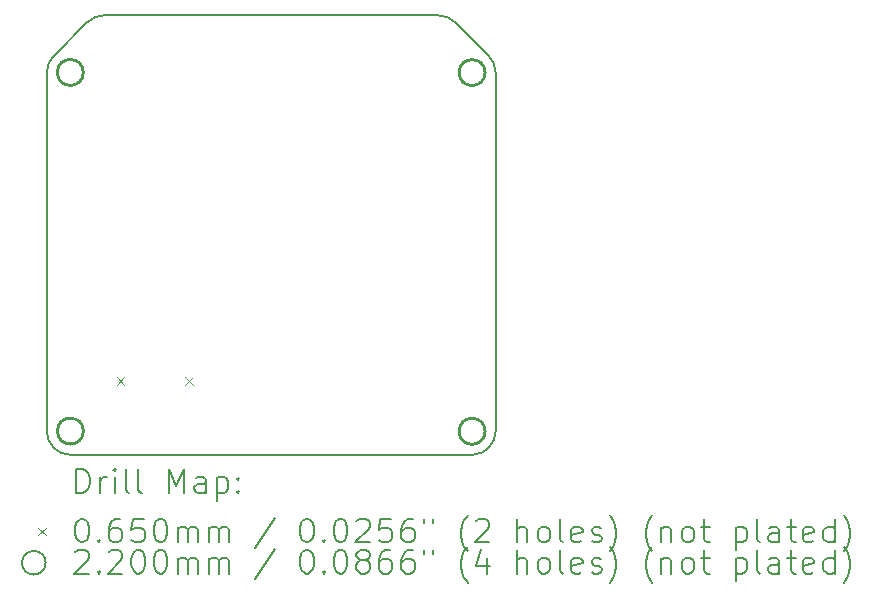
<source format=gbr>
%TF.GenerationSoftware,KiCad,Pcbnew,7.0.11*%
%TF.CreationDate,2025-01-20T01:28:46+09:00*%
%TF.ProjectId,PSU,5053552e-6b69-4636-9164-5f7063625858,rev?*%
%TF.SameCoordinates,Original*%
%TF.FileFunction,Drillmap*%
%TF.FilePolarity,Positive*%
%FSLAX45Y45*%
G04 Gerber Fmt 4.5, Leading zero omitted, Abs format (unit mm)*
G04 Created by KiCad (PCBNEW 7.0.11) date 2025-01-20 01:28:46*
%MOMM*%
%LPD*%
G01*
G04 APERTURE LIST*
%ADD10C,0.200000*%
%ADD11C,0.100000*%
%ADD12C,0.220000*%
G04 APERTURE END LIST*
D10*
X13817843Y-8280160D02*
G75*
G03*
X13676421Y-8338736I-3J-200000D01*
G01*
X13676421Y-8338736D02*
X13393579Y-8621579D01*
X17045000Y-11800258D02*
G75*
G03*
X16825000Y-11800258I-110000J0D01*
G01*
X16825000Y-11800258D02*
G75*
G03*
X17045000Y-11800258I110000J0D01*
G01*
X17135000Y-8763000D02*
G75*
G03*
X17076421Y-8621579I-200000J0D01*
G01*
X13335002Y-11800258D02*
G75*
G03*
X13535000Y-12000258I199998J-2D01*
G01*
X17045000Y-8763000D02*
G75*
G03*
X16825000Y-8763000I-110000J0D01*
G01*
X16825000Y-8763000D02*
G75*
G03*
X17045000Y-8763000I110000J0D01*
G01*
X13645000Y-8763000D02*
G75*
G03*
X13425000Y-8763000I-110000J0D01*
G01*
X13425000Y-8763000D02*
G75*
G03*
X13645000Y-8763000I110000J0D01*
G01*
X16652157Y-8280157D02*
X13817843Y-8280157D01*
X17135000Y-11800258D02*
X17135000Y-8763000D01*
X16935000Y-12000260D02*
G75*
G03*
X17135000Y-11800258I0J200000D01*
G01*
X16793581Y-8338734D02*
G75*
G03*
X16652157Y-8280157I-141421J-141426D01*
G01*
X13645000Y-11800258D02*
G75*
G03*
X13425000Y-11800258I-110000J0D01*
G01*
X13425000Y-11800258D02*
G75*
G03*
X13645000Y-11800258I110000J0D01*
G01*
X17076421Y-8621579D02*
X16793579Y-8338736D01*
X13335000Y-8763000D02*
X13335000Y-11800258D01*
X13393579Y-8621579D02*
G75*
G03*
X13335000Y-8763000I141421J-141421D01*
G01*
X13535000Y-12000258D02*
X16935000Y-12000258D01*
D11*
X13928100Y-11340200D02*
X13993100Y-11405200D01*
X13993100Y-11340200D02*
X13928100Y-11405200D01*
X14506100Y-11340200D02*
X14571100Y-11405200D01*
X14571100Y-11340200D02*
X14506100Y-11405200D01*
D12*
X13644000Y-8763000D02*
G75*
G03*
X13424000Y-8763000I-110000J0D01*
G01*
X13424000Y-8763000D02*
G75*
G03*
X13644000Y-8763000I110000J0D01*
G01*
X13645000Y-11799000D02*
G75*
G03*
X13425000Y-11799000I-110000J0D01*
G01*
X13425000Y-11799000D02*
G75*
G03*
X13645000Y-11799000I110000J0D01*
G01*
X17046000Y-8764000D02*
G75*
G03*
X16826000Y-8764000I-110000J0D01*
G01*
X16826000Y-8764000D02*
G75*
G03*
X17046000Y-8764000I110000J0D01*
G01*
X17046000Y-11801000D02*
G75*
G03*
X16826000Y-11801000I-110000J0D01*
G01*
X16826000Y-11801000D02*
G75*
G03*
X17046000Y-11801000I110000J0D01*
G01*
D10*
X13585777Y-12321742D02*
X13585777Y-12121742D01*
X13585777Y-12121742D02*
X13633396Y-12121742D01*
X13633396Y-12121742D02*
X13661967Y-12131266D01*
X13661967Y-12131266D02*
X13681015Y-12150314D01*
X13681015Y-12150314D02*
X13690539Y-12169361D01*
X13690539Y-12169361D02*
X13700062Y-12207456D01*
X13700062Y-12207456D02*
X13700062Y-12236028D01*
X13700062Y-12236028D02*
X13690539Y-12274123D01*
X13690539Y-12274123D02*
X13681015Y-12293171D01*
X13681015Y-12293171D02*
X13661967Y-12312218D01*
X13661967Y-12312218D02*
X13633396Y-12321742D01*
X13633396Y-12321742D02*
X13585777Y-12321742D01*
X13785777Y-12321742D02*
X13785777Y-12188409D01*
X13785777Y-12226504D02*
X13795301Y-12207456D01*
X13795301Y-12207456D02*
X13804824Y-12197933D01*
X13804824Y-12197933D02*
X13823872Y-12188409D01*
X13823872Y-12188409D02*
X13842920Y-12188409D01*
X13909586Y-12321742D02*
X13909586Y-12188409D01*
X13909586Y-12121742D02*
X13900062Y-12131266D01*
X13900062Y-12131266D02*
X13909586Y-12140790D01*
X13909586Y-12140790D02*
X13919110Y-12131266D01*
X13919110Y-12131266D02*
X13909586Y-12121742D01*
X13909586Y-12121742D02*
X13909586Y-12140790D01*
X14033396Y-12321742D02*
X14014348Y-12312218D01*
X14014348Y-12312218D02*
X14004824Y-12293171D01*
X14004824Y-12293171D02*
X14004824Y-12121742D01*
X14138158Y-12321742D02*
X14119110Y-12312218D01*
X14119110Y-12312218D02*
X14109586Y-12293171D01*
X14109586Y-12293171D02*
X14109586Y-12121742D01*
X14366729Y-12321742D02*
X14366729Y-12121742D01*
X14366729Y-12121742D02*
X14433396Y-12264599D01*
X14433396Y-12264599D02*
X14500062Y-12121742D01*
X14500062Y-12121742D02*
X14500062Y-12321742D01*
X14681015Y-12321742D02*
X14681015Y-12216980D01*
X14681015Y-12216980D02*
X14671491Y-12197933D01*
X14671491Y-12197933D02*
X14652443Y-12188409D01*
X14652443Y-12188409D02*
X14614348Y-12188409D01*
X14614348Y-12188409D02*
X14595301Y-12197933D01*
X14681015Y-12312218D02*
X14661967Y-12321742D01*
X14661967Y-12321742D02*
X14614348Y-12321742D01*
X14614348Y-12321742D02*
X14595301Y-12312218D01*
X14595301Y-12312218D02*
X14585777Y-12293171D01*
X14585777Y-12293171D02*
X14585777Y-12274123D01*
X14585777Y-12274123D02*
X14595301Y-12255075D01*
X14595301Y-12255075D02*
X14614348Y-12245552D01*
X14614348Y-12245552D02*
X14661967Y-12245552D01*
X14661967Y-12245552D02*
X14681015Y-12236028D01*
X14776253Y-12188409D02*
X14776253Y-12388409D01*
X14776253Y-12197933D02*
X14795301Y-12188409D01*
X14795301Y-12188409D02*
X14833396Y-12188409D01*
X14833396Y-12188409D02*
X14852443Y-12197933D01*
X14852443Y-12197933D02*
X14861967Y-12207456D01*
X14861967Y-12207456D02*
X14871491Y-12226504D01*
X14871491Y-12226504D02*
X14871491Y-12283647D01*
X14871491Y-12283647D02*
X14861967Y-12302694D01*
X14861967Y-12302694D02*
X14852443Y-12312218D01*
X14852443Y-12312218D02*
X14833396Y-12321742D01*
X14833396Y-12321742D02*
X14795301Y-12321742D01*
X14795301Y-12321742D02*
X14776253Y-12312218D01*
X14957205Y-12302694D02*
X14966729Y-12312218D01*
X14966729Y-12312218D02*
X14957205Y-12321742D01*
X14957205Y-12321742D02*
X14947682Y-12312218D01*
X14947682Y-12312218D02*
X14957205Y-12302694D01*
X14957205Y-12302694D02*
X14957205Y-12321742D01*
X14957205Y-12197933D02*
X14966729Y-12207456D01*
X14966729Y-12207456D02*
X14957205Y-12216980D01*
X14957205Y-12216980D02*
X14947682Y-12207456D01*
X14947682Y-12207456D02*
X14957205Y-12197933D01*
X14957205Y-12197933D02*
X14957205Y-12216980D01*
D11*
X13260000Y-12617758D02*
X13325000Y-12682758D01*
X13325000Y-12617758D02*
X13260000Y-12682758D01*
D10*
X13623872Y-12541742D02*
X13642920Y-12541742D01*
X13642920Y-12541742D02*
X13661967Y-12551266D01*
X13661967Y-12551266D02*
X13671491Y-12560790D01*
X13671491Y-12560790D02*
X13681015Y-12579837D01*
X13681015Y-12579837D02*
X13690539Y-12617933D01*
X13690539Y-12617933D02*
X13690539Y-12665552D01*
X13690539Y-12665552D02*
X13681015Y-12703647D01*
X13681015Y-12703647D02*
X13671491Y-12722694D01*
X13671491Y-12722694D02*
X13661967Y-12732218D01*
X13661967Y-12732218D02*
X13642920Y-12741742D01*
X13642920Y-12741742D02*
X13623872Y-12741742D01*
X13623872Y-12741742D02*
X13604824Y-12732218D01*
X13604824Y-12732218D02*
X13595301Y-12722694D01*
X13595301Y-12722694D02*
X13585777Y-12703647D01*
X13585777Y-12703647D02*
X13576253Y-12665552D01*
X13576253Y-12665552D02*
X13576253Y-12617933D01*
X13576253Y-12617933D02*
X13585777Y-12579837D01*
X13585777Y-12579837D02*
X13595301Y-12560790D01*
X13595301Y-12560790D02*
X13604824Y-12551266D01*
X13604824Y-12551266D02*
X13623872Y-12541742D01*
X13776253Y-12722694D02*
X13785777Y-12732218D01*
X13785777Y-12732218D02*
X13776253Y-12741742D01*
X13776253Y-12741742D02*
X13766729Y-12732218D01*
X13766729Y-12732218D02*
X13776253Y-12722694D01*
X13776253Y-12722694D02*
X13776253Y-12741742D01*
X13957205Y-12541742D02*
X13919110Y-12541742D01*
X13919110Y-12541742D02*
X13900062Y-12551266D01*
X13900062Y-12551266D02*
X13890539Y-12560790D01*
X13890539Y-12560790D02*
X13871491Y-12589361D01*
X13871491Y-12589361D02*
X13861967Y-12627456D01*
X13861967Y-12627456D02*
X13861967Y-12703647D01*
X13861967Y-12703647D02*
X13871491Y-12722694D01*
X13871491Y-12722694D02*
X13881015Y-12732218D01*
X13881015Y-12732218D02*
X13900062Y-12741742D01*
X13900062Y-12741742D02*
X13938158Y-12741742D01*
X13938158Y-12741742D02*
X13957205Y-12732218D01*
X13957205Y-12732218D02*
X13966729Y-12722694D01*
X13966729Y-12722694D02*
X13976253Y-12703647D01*
X13976253Y-12703647D02*
X13976253Y-12656028D01*
X13976253Y-12656028D02*
X13966729Y-12636980D01*
X13966729Y-12636980D02*
X13957205Y-12627456D01*
X13957205Y-12627456D02*
X13938158Y-12617933D01*
X13938158Y-12617933D02*
X13900062Y-12617933D01*
X13900062Y-12617933D02*
X13881015Y-12627456D01*
X13881015Y-12627456D02*
X13871491Y-12636980D01*
X13871491Y-12636980D02*
X13861967Y-12656028D01*
X14157205Y-12541742D02*
X14061967Y-12541742D01*
X14061967Y-12541742D02*
X14052443Y-12636980D01*
X14052443Y-12636980D02*
X14061967Y-12627456D01*
X14061967Y-12627456D02*
X14081015Y-12617933D01*
X14081015Y-12617933D02*
X14128634Y-12617933D01*
X14128634Y-12617933D02*
X14147682Y-12627456D01*
X14147682Y-12627456D02*
X14157205Y-12636980D01*
X14157205Y-12636980D02*
X14166729Y-12656028D01*
X14166729Y-12656028D02*
X14166729Y-12703647D01*
X14166729Y-12703647D02*
X14157205Y-12722694D01*
X14157205Y-12722694D02*
X14147682Y-12732218D01*
X14147682Y-12732218D02*
X14128634Y-12741742D01*
X14128634Y-12741742D02*
X14081015Y-12741742D01*
X14081015Y-12741742D02*
X14061967Y-12732218D01*
X14061967Y-12732218D02*
X14052443Y-12722694D01*
X14290539Y-12541742D02*
X14309586Y-12541742D01*
X14309586Y-12541742D02*
X14328634Y-12551266D01*
X14328634Y-12551266D02*
X14338158Y-12560790D01*
X14338158Y-12560790D02*
X14347682Y-12579837D01*
X14347682Y-12579837D02*
X14357205Y-12617933D01*
X14357205Y-12617933D02*
X14357205Y-12665552D01*
X14357205Y-12665552D02*
X14347682Y-12703647D01*
X14347682Y-12703647D02*
X14338158Y-12722694D01*
X14338158Y-12722694D02*
X14328634Y-12732218D01*
X14328634Y-12732218D02*
X14309586Y-12741742D01*
X14309586Y-12741742D02*
X14290539Y-12741742D01*
X14290539Y-12741742D02*
X14271491Y-12732218D01*
X14271491Y-12732218D02*
X14261967Y-12722694D01*
X14261967Y-12722694D02*
X14252443Y-12703647D01*
X14252443Y-12703647D02*
X14242920Y-12665552D01*
X14242920Y-12665552D02*
X14242920Y-12617933D01*
X14242920Y-12617933D02*
X14252443Y-12579837D01*
X14252443Y-12579837D02*
X14261967Y-12560790D01*
X14261967Y-12560790D02*
X14271491Y-12551266D01*
X14271491Y-12551266D02*
X14290539Y-12541742D01*
X14442920Y-12741742D02*
X14442920Y-12608409D01*
X14442920Y-12627456D02*
X14452443Y-12617933D01*
X14452443Y-12617933D02*
X14471491Y-12608409D01*
X14471491Y-12608409D02*
X14500063Y-12608409D01*
X14500063Y-12608409D02*
X14519110Y-12617933D01*
X14519110Y-12617933D02*
X14528634Y-12636980D01*
X14528634Y-12636980D02*
X14528634Y-12741742D01*
X14528634Y-12636980D02*
X14538158Y-12617933D01*
X14538158Y-12617933D02*
X14557205Y-12608409D01*
X14557205Y-12608409D02*
X14585777Y-12608409D01*
X14585777Y-12608409D02*
X14604824Y-12617933D01*
X14604824Y-12617933D02*
X14614348Y-12636980D01*
X14614348Y-12636980D02*
X14614348Y-12741742D01*
X14709586Y-12741742D02*
X14709586Y-12608409D01*
X14709586Y-12627456D02*
X14719110Y-12617933D01*
X14719110Y-12617933D02*
X14738158Y-12608409D01*
X14738158Y-12608409D02*
X14766729Y-12608409D01*
X14766729Y-12608409D02*
X14785777Y-12617933D01*
X14785777Y-12617933D02*
X14795301Y-12636980D01*
X14795301Y-12636980D02*
X14795301Y-12741742D01*
X14795301Y-12636980D02*
X14804824Y-12617933D01*
X14804824Y-12617933D02*
X14823872Y-12608409D01*
X14823872Y-12608409D02*
X14852443Y-12608409D01*
X14852443Y-12608409D02*
X14871491Y-12617933D01*
X14871491Y-12617933D02*
X14881015Y-12636980D01*
X14881015Y-12636980D02*
X14881015Y-12741742D01*
X15271491Y-12532218D02*
X15100063Y-12789361D01*
X15528634Y-12541742D02*
X15547682Y-12541742D01*
X15547682Y-12541742D02*
X15566729Y-12551266D01*
X15566729Y-12551266D02*
X15576253Y-12560790D01*
X15576253Y-12560790D02*
X15585777Y-12579837D01*
X15585777Y-12579837D02*
X15595301Y-12617933D01*
X15595301Y-12617933D02*
X15595301Y-12665552D01*
X15595301Y-12665552D02*
X15585777Y-12703647D01*
X15585777Y-12703647D02*
X15576253Y-12722694D01*
X15576253Y-12722694D02*
X15566729Y-12732218D01*
X15566729Y-12732218D02*
X15547682Y-12741742D01*
X15547682Y-12741742D02*
X15528634Y-12741742D01*
X15528634Y-12741742D02*
X15509586Y-12732218D01*
X15509586Y-12732218D02*
X15500063Y-12722694D01*
X15500063Y-12722694D02*
X15490539Y-12703647D01*
X15490539Y-12703647D02*
X15481015Y-12665552D01*
X15481015Y-12665552D02*
X15481015Y-12617933D01*
X15481015Y-12617933D02*
X15490539Y-12579837D01*
X15490539Y-12579837D02*
X15500063Y-12560790D01*
X15500063Y-12560790D02*
X15509586Y-12551266D01*
X15509586Y-12551266D02*
X15528634Y-12541742D01*
X15681015Y-12722694D02*
X15690539Y-12732218D01*
X15690539Y-12732218D02*
X15681015Y-12741742D01*
X15681015Y-12741742D02*
X15671491Y-12732218D01*
X15671491Y-12732218D02*
X15681015Y-12722694D01*
X15681015Y-12722694D02*
X15681015Y-12741742D01*
X15814348Y-12541742D02*
X15833396Y-12541742D01*
X15833396Y-12541742D02*
X15852444Y-12551266D01*
X15852444Y-12551266D02*
X15861967Y-12560790D01*
X15861967Y-12560790D02*
X15871491Y-12579837D01*
X15871491Y-12579837D02*
X15881015Y-12617933D01*
X15881015Y-12617933D02*
X15881015Y-12665552D01*
X15881015Y-12665552D02*
X15871491Y-12703647D01*
X15871491Y-12703647D02*
X15861967Y-12722694D01*
X15861967Y-12722694D02*
X15852444Y-12732218D01*
X15852444Y-12732218D02*
X15833396Y-12741742D01*
X15833396Y-12741742D02*
X15814348Y-12741742D01*
X15814348Y-12741742D02*
X15795301Y-12732218D01*
X15795301Y-12732218D02*
X15785777Y-12722694D01*
X15785777Y-12722694D02*
X15776253Y-12703647D01*
X15776253Y-12703647D02*
X15766729Y-12665552D01*
X15766729Y-12665552D02*
X15766729Y-12617933D01*
X15766729Y-12617933D02*
X15776253Y-12579837D01*
X15776253Y-12579837D02*
X15785777Y-12560790D01*
X15785777Y-12560790D02*
X15795301Y-12551266D01*
X15795301Y-12551266D02*
X15814348Y-12541742D01*
X15957206Y-12560790D02*
X15966729Y-12551266D01*
X15966729Y-12551266D02*
X15985777Y-12541742D01*
X15985777Y-12541742D02*
X16033396Y-12541742D01*
X16033396Y-12541742D02*
X16052444Y-12551266D01*
X16052444Y-12551266D02*
X16061967Y-12560790D01*
X16061967Y-12560790D02*
X16071491Y-12579837D01*
X16071491Y-12579837D02*
X16071491Y-12598885D01*
X16071491Y-12598885D02*
X16061967Y-12627456D01*
X16061967Y-12627456D02*
X15947682Y-12741742D01*
X15947682Y-12741742D02*
X16071491Y-12741742D01*
X16252444Y-12541742D02*
X16157206Y-12541742D01*
X16157206Y-12541742D02*
X16147682Y-12636980D01*
X16147682Y-12636980D02*
X16157206Y-12627456D01*
X16157206Y-12627456D02*
X16176253Y-12617933D01*
X16176253Y-12617933D02*
X16223872Y-12617933D01*
X16223872Y-12617933D02*
X16242920Y-12627456D01*
X16242920Y-12627456D02*
X16252444Y-12636980D01*
X16252444Y-12636980D02*
X16261967Y-12656028D01*
X16261967Y-12656028D02*
X16261967Y-12703647D01*
X16261967Y-12703647D02*
X16252444Y-12722694D01*
X16252444Y-12722694D02*
X16242920Y-12732218D01*
X16242920Y-12732218D02*
X16223872Y-12741742D01*
X16223872Y-12741742D02*
X16176253Y-12741742D01*
X16176253Y-12741742D02*
X16157206Y-12732218D01*
X16157206Y-12732218D02*
X16147682Y-12722694D01*
X16433396Y-12541742D02*
X16395301Y-12541742D01*
X16395301Y-12541742D02*
X16376253Y-12551266D01*
X16376253Y-12551266D02*
X16366729Y-12560790D01*
X16366729Y-12560790D02*
X16347682Y-12589361D01*
X16347682Y-12589361D02*
X16338158Y-12627456D01*
X16338158Y-12627456D02*
X16338158Y-12703647D01*
X16338158Y-12703647D02*
X16347682Y-12722694D01*
X16347682Y-12722694D02*
X16357206Y-12732218D01*
X16357206Y-12732218D02*
X16376253Y-12741742D01*
X16376253Y-12741742D02*
X16414348Y-12741742D01*
X16414348Y-12741742D02*
X16433396Y-12732218D01*
X16433396Y-12732218D02*
X16442920Y-12722694D01*
X16442920Y-12722694D02*
X16452444Y-12703647D01*
X16452444Y-12703647D02*
X16452444Y-12656028D01*
X16452444Y-12656028D02*
X16442920Y-12636980D01*
X16442920Y-12636980D02*
X16433396Y-12627456D01*
X16433396Y-12627456D02*
X16414348Y-12617933D01*
X16414348Y-12617933D02*
X16376253Y-12617933D01*
X16376253Y-12617933D02*
X16357206Y-12627456D01*
X16357206Y-12627456D02*
X16347682Y-12636980D01*
X16347682Y-12636980D02*
X16338158Y-12656028D01*
X16528634Y-12541742D02*
X16528634Y-12579837D01*
X16604825Y-12541742D02*
X16604825Y-12579837D01*
X16900063Y-12817933D02*
X16890539Y-12808409D01*
X16890539Y-12808409D02*
X16871491Y-12779837D01*
X16871491Y-12779837D02*
X16861968Y-12760790D01*
X16861968Y-12760790D02*
X16852444Y-12732218D01*
X16852444Y-12732218D02*
X16842920Y-12684599D01*
X16842920Y-12684599D02*
X16842920Y-12646504D01*
X16842920Y-12646504D02*
X16852444Y-12598885D01*
X16852444Y-12598885D02*
X16861968Y-12570314D01*
X16861968Y-12570314D02*
X16871491Y-12551266D01*
X16871491Y-12551266D02*
X16890539Y-12522694D01*
X16890539Y-12522694D02*
X16900063Y-12513171D01*
X16966730Y-12560790D02*
X16976253Y-12551266D01*
X16976253Y-12551266D02*
X16995301Y-12541742D01*
X16995301Y-12541742D02*
X17042920Y-12541742D01*
X17042920Y-12541742D02*
X17061968Y-12551266D01*
X17061968Y-12551266D02*
X17071491Y-12560790D01*
X17071491Y-12560790D02*
X17081015Y-12579837D01*
X17081015Y-12579837D02*
X17081015Y-12598885D01*
X17081015Y-12598885D02*
X17071491Y-12627456D01*
X17071491Y-12627456D02*
X16957206Y-12741742D01*
X16957206Y-12741742D02*
X17081015Y-12741742D01*
X17319111Y-12741742D02*
X17319111Y-12541742D01*
X17404825Y-12741742D02*
X17404825Y-12636980D01*
X17404825Y-12636980D02*
X17395301Y-12617933D01*
X17395301Y-12617933D02*
X17376253Y-12608409D01*
X17376253Y-12608409D02*
X17347682Y-12608409D01*
X17347682Y-12608409D02*
X17328634Y-12617933D01*
X17328634Y-12617933D02*
X17319111Y-12627456D01*
X17528634Y-12741742D02*
X17509587Y-12732218D01*
X17509587Y-12732218D02*
X17500063Y-12722694D01*
X17500063Y-12722694D02*
X17490539Y-12703647D01*
X17490539Y-12703647D02*
X17490539Y-12646504D01*
X17490539Y-12646504D02*
X17500063Y-12627456D01*
X17500063Y-12627456D02*
X17509587Y-12617933D01*
X17509587Y-12617933D02*
X17528634Y-12608409D01*
X17528634Y-12608409D02*
X17557206Y-12608409D01*
X17557206Y-12608409D02*
X17576253Y-12617933D01*
X17576253Y-12617933D02*
X17585777Y-12627456D01*
X17585777Y-12627456D02*
X17595301Y-12646504D01*
X17595301Y-12646504D02*
X17595301Y-12703647D01*
X17595301Y-12703647D02*
X17585777Y-12722694D01*
X17585777Y-12722694D02*
X17576253Y-12732218D01*
X17576253Y-12732218D02*
X17557206Y-12741742D01*
X17557206Y-12741742D02*
X17528634Y-12741742D01*
X17709587Y-12741742D02*
X17690539Y-12732218D01*
X17690539Y-12732218D02*
X17681015Y-12713171D01*
X17681015Y-12713171D02*
X17681015Y-12541742D01*
X17861968Y-12732218D02*
X17842920Y-12741742D01*
X17842920Y-12741742D02*
X17804825Y-12741742D01*
X17804825Y-12741742D02*
X17785777Y-12732218D01*
X17785777Y-12732218D02*
X17776253Y-12713171D01*
X17776253Y-12713171D02*
X17776253Y-12636980D01*
X17776253Y-12636980D02*
X17785777Y-12617933D01*
X17785777Y-12617933D02*
X17804825Y-12608409D01*
X17804825Y-12608409D02*
X17842920Y-12608409D01*
X17842920Y-12608409D02*
X17861968Y-12617933D01*
X17861968Y-12617933D02*
X17871492Y-12636980D01*
X17871492Y-12636980D02*
X17871492Y-12656028D01*
X17871492Y-12656028D02*
X17776253Y-12675075D01*
X17947682Y-12732218D02*
X17966730Y-12741742D01*
X17966730Y-12741742D02*
X18004825Y-12741742D01*
X18004825Y-12741742D02*
X18023873Y-12732218D01*
X18023873Y-12732218D02*
X18033396Y-12713171D01*
X18033396Y-12713171D02*
X18033396Y-12703647D01*
X18033396Y-12703647D02*
X18023873Y-12684599D01*
X18023873Y-12684599D02*
X18004825Y-12675075D01*
X18004825Y-12675075D02*
X17976253Y-12675075D01*
X17976253Y-12675075D02*
X17957206Y-12665552D01*
X17957206Y-12665552D02*
X17947682Y-12646504D01*
X17947682Y-12646504D02*
X17947682Y-12636980D01*
X17947682Y-12636980D02*
X17957206Y-12617933D01*
X17957206Y-12617933D02*
X17976253Y-12608409D01*
X17976253Y-12608409D02*
X18004825Y-12608409D01*
X18004825Y-12608409D02*
X18023873Y-12617933D01*
X18100063Y-12817933D02*
X18109587Y-12808409D01*
X18109587Y-12808409D02*
X18128634Y-12779837D01*
X18128634Y-12779837D02*
X18138158Y-12760790D01*
X18138158Y-12760790D02*
X18147682Y-12732218D01*
X18147682Y-12732218D02*
X18157206Y-12684599D01*
X18157206Y-12684599D02*
X18157206Y-12646504D01*
X18157206Y-12646504D02*
X18147682Y-12598885D01*
X18147682Y-12598885D02*
X18138158Y-12570314D01*
X18138158Y-12570314D02*
X18128634Y-12551266D01*
X18128634Y-12551266D02*
X18109587Y-12522694D01*
X18109587Y-12522694D02*
X18100063Y-12513171D01*
X18461968Y-12817933D02*
X18452444Y-12808409D01*
X18452444Y-12808409D02*
X18433396Y-12779837D01*
X18433396Y-12779837D02*
X18423873Y-12760790D01*
X18423873Y-12760790D02*
X18414349Y-12732218D01*
X18414349Y-12732218D02*
X18404825Y-12684599D01*
X18404825Y-12684599D02*
X18404825Y-12646504D01*
X18404825Y-12646504D02*
X18414349Y-12598885D01*
X18414349Y-12598885D02*
X18423873Y-12570314D01*
X18423873Y-12570314D02*
X18433396Y-12551266D01*
X18433396Y-12551266D02*
X18452444Y-12522694D01*
X18452444Y-12522694D02*
X18461968Y-12513171D01*
X18538158Y-12608409D02*
X18538158Y-12741742D01*
X18538158Y-12627456D02*
X18547682Y-12617933D01*
X18547682Y-12617933D02*
X18566730Y-12608409D01*
X18566730Y-12608409D02*
X18595301Y-12608409D01*
X18595301Y-12608409D02*
X18614349Y-12617933D01*
X18614349Y-12617933D02*
X18623873Y-12636980D01*
X18623873Y-12636980D02*
X18623873Y-12741742D01*
X18747682Y-12741742D02*
X18728634Y-12732218D01*
X18728634Y-12732218D02*
X18719111Y-12722694D01*
X18719111Y-12722694D02*
X18709587Y-12703647D01*
X18709587Y-12703647D02*
X18709587Y-12646504D01*
X18709587Y-12646504D02*
X18719111Y-12627456D01*
X18719111Y-12627456D02*
X18728634Y-12617933D01*
X18728634Y-12617933D02*
X18747682Y-12608409D01*
X18747682Y-12608409D02*
X18776254Y-12608409D01*
X18776254Y-12608409D02*
X18795301Y-12617933D01*
X18795301Y-12617933D02*
X18804825Y-12627456D01*
X18804825Y-12627456D02*
X18814349Y-12646504D01*
X18814349Y-12646504D02*
X18814349Y-12703647D01*
X18814349Y-12703647D02*
X18804825Y-12722694D01*
X18804825Y-12722694D02*
X18795301Y-12732218D01*
X18795301Y-12732218D02*
X18776254Y-12741742D01*
X18776254Y-12741742D02*
X18747682Y-12741742D01*
X18871492Y-12608409D02*
X18947682Y-12608409D01*
X18900063Y-12541742D02*
X18900063Y-12713171D01*
X18900063Y-12713171D02*
X18909587Y-12732218D01*
X18909587Y-12732218D02*
X18928634Y-12741742D01*
X18928634Y-12741742D02*
X18947682Y-12741742D01*
X19166730Y-12608409D02*
X19166730Y-12808409D01*
X19166730Y-12617933D02*
X19185777Y-12608409D01*
X19185777Y-12608409D02*
X19223873Y-12608409D01*
X19223873Y-12608409D02*
X19242920Y-12617933D01*
X19242920Y-12617933D02*
X19252444Y-12627456D01*
X19252444Y-12627456D02*
X19261968Y-12646504D01*
X19261968Y-12646504D02*
X19261968Y-12703647D01*
X19261968Y-12703647D02*
X19252444Y-12722694D01*
X19252444Y-12722694D02*
X19242920Y-12732218D01*
X19242920Y-12732218D02*
X19223873Y-12741742D01*
X19223873Y-12741742D02*
X19185777Y-12741742D01*
X19185777Y-12741742D02*
X19166730Y-12732218D01*
X19376254Y-12741742D02*
X19357206Y-12732218D01*
X19357206Y-12732218D02*
X19347682Y-12713171D01*
X19347682Y-12713171D02*
X19347682Y-12541742D01*
X19538158Y-12741742D02*
X19538158Y-12636980D01*
X19538158Y-12636980D02*
X19528635Y-12617933D01*
X19528635Y-12617933D02*
X19509587Y-12608409D01*
X19509587Y-12608409D02*
X19471492Y-12608409D01*
X19471492Y-12608409D02*
X19452444Y-12617933D01*
X19538158Y-12732218D02*
X19519111Y-12741742D01*
X19519111Y-12741742D02*
X19471492Y-12741742D01*
X19471492Y-12741742D02*
X19452444Y-12732218D01*
X19452444Y-12732218D02*
X19442920Y-12713171D01*
X19442920Y-12713171D02*
X19442920Y-12694123D01*
X19442920Y-12694123D02*
X19452444Y-12675075D01*
X19452444Y-12675075D02*
X19471492Y-12665552D01*
X19471492Y-12665552D02*
X19519111Y-12665552D01*
X19519111Y-12665552D02*
X19538158Y-12656028D01*
X19604825Y-12608409D02*
X19681015Y-12608409D01*
X19633396Y-12541742D02*
X19633396Y-12713171D01*
X19633396Y-12713171D02*
X19642920Y-12732218D01*
X19642920Y-12732218D02*
X19661968Y-12741742D01*
X19661968Y-12741742D02*
X19681015Y-12741742D01*
X19823873Y-12732218D02*
X19804825Y-12741742D01*
X19804825Y-12741742D02*
X19766730Y-12741742D01*
X19766730Y-12741742D02*
X19747682Y-12732218D01*
X19747682Y-12732218D02*
X19738158Y-12713171D01*
X19738158Y-12713171D02*
X19738158Y-12636980D01*
X19738158Y-12636980D02*
X19747682Y-12617933D01*
X19747682Y-12617933D02*
X19766730Y-12608409D01*
X19766730Y-12608409D02*
X19804825Y-12608409D01*
X19804825Y-12608409D02*
X19823873Y-12617933D01*
X19823873Y-12617933D02*
X19833396Y-12636980D01*
X19833396Y-12636980D02*
X19833396Y-12656028D01*
X19833396Y-12656028D02*
X19738158Y-12675075D01*
X20004825Y-12741742D02*
X20004825Y-12541742D01*
X20004825Y-12732218D02*
X19985777Y-12741742D01*
X19985777Y-12741742D02*
X19947682Y-12741742D01*
X19947682Y-12741742D02*
X19928635Y-12732218D01*
X19928635Y-12732218D02*
X19919111Y-12722694D01*
X19919111Y-12722694D02*
X19909587Y-12703647D01*
X19909587Y-12703647D02*
X19909587Y-12646504D01*
X19909587Y-12646504D02*
X19919111Y-12627456D01*
X19919111Y-12627456D02*
X19928635Y-12617933D01*
X19928635Y-12617933D02*
X19947682Y-12608409D01*
X19947682Y-12608409D02*
X19985777Y-12608409D01*
X19985777Y-12608409D02*
X20004825Y-12617933D01*
X20081016Y-12817933D02*
X20090539Y-12808409D01*
X20090539Y-12808409D02*
X20109587Y-12779837D01*
X20109587Y-12779837D02*
X20119111Y-12760790D01*
X20119111Y-12760790D02*
X20128635Y-12732218D01*
X20128635Y-12732218D02*
X20138158Y-12684599D01*
X20138158Y-12684599D02*
X20138158Y-12646504D01*
X20138158Y-12646504D02*
X20128635Y-12598885D01*
X20128635Y-12598885D02*
X20119111Y-12570314D01*
X20119111Y-12570314D02*
X20109587Y-12551266D01*
X20109587Y-12551266D02*
X20090539Y-12522694D01*
X20090539Y-12522694D02*
X20081016Y-12513171D01*
X13325000Y-12914258D02*
G75*
G03*
X13125000Y-12914258I-100000J0D01*
G01*
X13125000Y-12914258D02*
G75*
G03*
X13325000Y-12914258I100000J0D01*
G01*
X13576253Y-12824790D02*
X13585777Y-12815266D01*
X13585777Y-12815266D02*
X13604824Y-12805742D01*
X13604824Y-12805742D02*
X13652443Y-12805742D01*
X13652443Y-12805742D02*
X13671491Y-12815266D01*
X13671491Y-12815266D02*
X13681015Y-12824790D01*
X13681015Y-12824790D02*
X13690539Y-12843837D01*
X13690539Y-12843837D02*
X13690539Y-12862885D01*
X13690539Y-12862885D02*
X13681015Y-12891456D01*
X13681015Y-12891456D02*
X13566729Y-13005742D01*
X13566729Y-13005742D02*
X13690539Y-13005742D01*
X13776253Y-12986694D02*
X13785777Y-12996218D01*
X13785777Y-12996218D02*
X13776253Y-13005742D01*
X13776253Y-13005742D02*
X13766729Y-12996218D01*
X13766729Y-12996218D02*
X13776253Y-12986694D01*
X13776253Y-12986694D02*
X13776253Y-13005742D01*
X13861967Y-12824790D02*
X13871491Y-12815266D01*
X13871491Y-12815266D02*
X13890539Y-12805742D01*
X13890539Y-12805742D02*
X13938158Y-12805742D01*
X13938158Y-12805742D02*
X13957205Y-12815266D01*
X13957205Y-12815266D02*
X13966729Y-12824790D01*
X13966729Y-12824790D02*
X13976253Y-12843837D01*
X13976253Y-12843837D02*
X13976253Y-12862885D01*
X13976253Y-12862885D02*
X13966729Y-12891456D01*
X13966729Y-12891456D02*
X13852443Y-13005742D01*
X13852443Y-13005742D02*
X13976253Y-13005742D01*
X14100062Y-12805742D02*
X14119110Y-12805742D01*
X14119110Y-12805742D02*
X14138158Y-12815266D01*
X14138158Y-12815266D02*
X14147682Y-12824790D01*
X14147682Y-12824790D02*
X14157205Y-12843837D01*
X14157205Y-12843837D02*
X14166729Y-12881933D01*
X14166729Y-12881933D02*
X14166729Y-12929552D01*
X14166729Y-12929552D02*
X14157205Y-12967647D01*
X14157205Y-12967647D02*
X14147682Y-12986694D01*
X14147682Y-12986694D02*
X14138158Y-12996218D01*
X14138158Y-12996218D02*
X14119110Y-13005742D01*
X14119110Y-13005742D02*
X14100062Y-13005742D01*
X14100062Y-13005742D02*
X14081015Y-12996218D01*
X14081015Y-12996218D02*
X14071491Y-12986694D01*
X14071491Y-12986694D02*
X14061967Y-12967647D01*
X14061967Y-12967647D02*
X14052443Y-12929552D01*
X14052443Y-12929552D02*
X14052443Y-12881933D01*
X14052443Y-12881933D02*
X14061967Y-12843837D01*
X14061967Y-12843837D02*
X14071491Y-12824790D01*
X14071491Y-12824790D02*
X14081015Y-12815266D01*
X14081015Y-12815266D02*
X14100062Y-12805742D01*
X14290539Y-12805742D02*
X14309586Y-12805742D01*
X14309586Y-12805742D02*
X14328634Y-12815266D01*
X14328634Y-12815266D02*
X14338158Y-12824790D01*
X14338158Y-12824790D02*
X14347682Y-12843837D01*
X14347682Y-12843837D02*
X14357205Y-12881933D01*
X14357205Y-12881933D02*
X14357205Y-12929552D01*
X14357205Y-12929552D02*
X14347682Y-12967647D01*
X14347682Y-12967647D02*
X14338158Y-12986694D01*
X14338158Y-12986694D02*
X14328634Y-12996218D01*
X14328634Y-12996218D02*
X14309586Y-13005742D01*
X14309586Y-13005742D02*
X14290539Y-13005742D01*
X14290539Y-13005742D02*
X14271491Y-12996218D01*
X14271491Y-12996218D02*
X14261967Y-12986694D01*
X14261967Y-12986694D02*
X14252443Y-12967647D01*
X14252443Y-12967647D02*
X14242920Y-12929552D01*
X14242920Y-12929552D02*
X14242920Y-12881933D01*
X14242920Y-12881933D02*
X14252443Y-12843837D01*
X14252443Y-12843837D02*
X14261967Y-12824790D01*
X14261967Y-12824790D02*
X14271491Y-12815266D01*
X14271491Y-12815266D02*
X14290539Y-12805742D01*
X14442920Y-13005742D02*
X14442920Y-12872409D01*
X14442920Y-12891456D02*
X14452443Y-12881933D01*
X14452443Y-12881933D02*
X14471491Y-12872409D01*
X14471491Y-12872409D02*
X14500063Y-12872409D01*
X14500063Y-12872409D02*
X14519110Y-12881933D01*
X14519110Y-12881933D02*
X14528634Y-12900980D01*
X14528634Y-12900980D02*
X14528634Y-13005742D01*
X14528634Y-12900980D02*
X14538158Y-12881933D01*
X14538158Y-12881933D02*
X14557205Y-12872409D01*
X14557205Y-12872409D02*
X14585777Y-12872409D01*
X14585777Y-12872409D02*
X14604824Y-12881933D01*
X14604824Y-12881933D02*
X14614348Y-12900980D01*
X14614348Y-12900980D02*
X14614348Y-13005742D01*
X14709586Y-13005742D02*
X14709586Y-12872409D01*
X14709586Y-12891456D02*
X14719110Y-12881933D01*
X14719110Y-12881933D02*
X14738158Y-12872409D01*
X14738158Y-12872409D02*
X14766729Y-12872409D01*
X14766729Y-12872409D02*
X14785777Y-12881933D01*
X14785777Y-12881933D02*
X14795301Y-12900980D01*
X14795301Y-12900980D02*
X14795301Y-13005742D01*
X14795301Y-12900980D02*
X14804824Y-12881933D01*
X14804824Y-12881933D02*
X14823872Y-12872409D01*
X14823872Y-12872409D02*
X14852443Y-12872409D01*
X14852443Y-12872409D02*
X14871491Y-12881933D01*
X14871491Y-12881933D02*
X14881015Y-12900980D01*
X14881015Y-12900980D02*
X14881015Y-13005742D01*
X15271491Y-12796218D02*
X15100063Y-13053361D01*
X15528634Y-12805742D02*
X15547682Y-12805742D01*
X15547682Y-12805742D02*
X15566729Y-12815266D01*
X15566729Y-12815266D02*
X15576253Y-12824790D01*
X15576253Y-12824790D02*
X15585777Y-12843837D01*
X15585777Y-12843837D02*
X15595301Y-12881933D01*
X15595301Y-12881933D02*
X15595301Y-12929552D01*
X15595301Y-12929552D02*
X15585777Y-12967647D01*
X15585777Y-12967647D02*
X15576253Y-12986694D01*
X15576253Y-12986694D02*
X15566729Y-12996218D01*
X15566729Y-12996218D02*
X15547682Y-13005742D01*
X15547682Y-13005742D02*
X15528634Y-13005742D01*
X15528634Y-13005742D02*
X15509586Y-12996218D01*
X15509586Y-12996218D02*
X15500063Y-12986694D01*
X15500063Y-12986694D02*
X15490539Y-12967647D01*
X15490539Y-12967647D02*
X15481015Y-12929552D01*
X15481015Y-12929552D02*
X15481015Y-12881933D01*
X15481015Y-12881933D02*
X15490539Y-12843837D01*
X15490539Y-12843837D02*
X15500063Y-12824790D01*
X15500063Y-12824790D02*
X15509586Y-12815266D01*
X15509586Y-12815266D02*
X15528634Y-12805742D01*
X15681015Y-12986694D02*
X15690539Y-12996218D01*
X15690539Y-12996218D02*
X15681015Y-13005742D01*
X15681015Y-13005742D02*
X15671491Y-12996218D01*
X15671491Y-12996218D02*
X15681015Y-12986694D01*
X15681015Y-12986694D02*
X15681015Y-13005742D01*
X15814348Y-12805742D02*
X15833396Y-12805742D01*
X15833396Y-12805742D02*
X15852444Y-12815266D01*
X15852444Y-12815266D02*
X15861967Y-12824790D01*
X15861967Y-12824790D02*
X15871491Y-12843837D01*
X15871491Y-12843837D02*
X15881015Y-12881933D01*
X15881015Y-12881933D02*
X15881015Y-12929552D01*
X15881015Y-12929552D02*
X15871491Y-12967647D01*
X15871491Y-12967647D02*
X15861967Y-12986694D01*
X15861967Y-12986694D02*
X15852444Y-12996218D01*
X15852444Y-12996218D02*
X15833396Y-13005742D01*
X15833396Y-13005742D02*
X15814348Y-13005742D01*
X15814348Y-13005742D02*
X15795301Y-12996218D01*
X15795301Y-12996218D02*
X15785777Y-12986694D01*
X15785777Y-12986694D02*
X15776253Y-12967647D01*
X15776253Y-12967647D02*
X15766729Y-12929552D01*
X15766729Y-12929552D02*
X15766729Y-12881933D01*
X15766729Y-12881933D02*
X15776253Y-12843837D01*
X15776253Y-12843837D02*
X15785777Y-12824790D01*
X15785777Y-12824790D02*
X15795301Y-12815266D01*
X15795301Y-12815266D02*
X15814348Y-12805742D01*
X15995301Y-12891456D02*
X15976253Y-12881933D01*
X15976253Y-12881933D02*
X15966729Y-12872409D01*
X15966729Y-12872409D02*
X15957206Y-12853361D01*
X15957206Y-12853361D02*
X15957206Y-12843837D01*
X15957206Y-12843837D02*
X15966729Y-12824790D01*
X15966729Y-12824790D02*
X15976253Y-12815266D01*
X15976253Y-12815266D02*
X15995301Y-12805742D01*
X15995301Y-12805742D02*
X16033396Y-12805742D01*
X16033396Y-12805742D02*
X16052444Y-12815266D01*
X16052444Y-12815266D02*
X16061967Y-12824790D01*
X16061967Y-12824790D02*
X16071491Y-12843837D01*
X16071491Y-12843837D02*
X16071491Y-12853361D01*
X16071491Y-12853361D02*
X16061967Y-12872409D01*
X16061967Y-12872409D02*
X16052444Y-12881933D01*
X16052444Y-12881933D02*
X16033396Y-12891456D01*
X16033396Y-12891456D02*
X15995301Y-12891456D01*
X15995301Y-12891456D02*
X15976253Y-12900980D01*
X15976253Y-12900980D02*
X15966729Y-12910504D01*
X15966729Y-12910504D02*
X15957206Y-12929552D01*
X15957206Y-12929552D02*
X15957206Y-12967647D01*
X15957206Y-12967647D02*
X15966729Y-12986694D01*
X15966729Y-12986694D02*
X15976253Y-12996218D01*
X15976253Y-12996218D02*
X15995301Y-13005742D01*
X15995301Y-13005742D02*
X16033396Y-13005742D01*
X16033396Y-13005742D02*
X16052444Y-12996218D01*
X16052444Y-12996218D02*
X16061967Y-12986694D01*
X16061967Y-12986694D02*
X16071491Y-12967647D01*
X16071491Y-12967647D02*
X16071491Y-12929552D01*
X16071491Y-12929552D02*
X16061967Y-12910504D01*
X16061967Y-12910504D02*
X16052444Y-12900980D01*
X16052444Y-12900980D02*
X16033396Y-12891456D01*
X16242920Y-12805742D02*
X16204825Y-12805742D01*
X16204825Y-12805742D02*
X16185777Y-12815266D01*
X16185777Y-12815266D02*
X16176253Y-12824790D01*
X16176253Y-12824790D02*
X16157206Y-12853361D01*
X16157206Y-12853361D02*
X16147682Y-12891456D01*
X16147682Y-12891456D02*
X16147682Y-12967647D01*
X16147682Y-12967647D02*
X16157206Y-12986694D01*
X16157206Y-12986694D02*
X16166729Y-12996218D01*
X16166729Y-12996218D02*
X16185777Y-13005742D01*
X16185777Y-13005742D02*
X16223872Y-13005742D01*
X16223872Y-13005742D02*
X16242920Y-12996218D01*
X16242920Y-12996218D02*
X16252444Y-12986694D01*
X16252444Y-12986694D02*
X16261967Y-12967647D01*
X16261967Y-12967647D02*
X16261967Y-12920028D01*
X16261967Y-12920028D02*
X16252444Y-12900980D01*
X16252444Y-12900980D02*
X16242920Y-12891456D01*
X16242920Y-12891456D02*
X16223872Y-12881933D01*
X16223872Y-12881933D02*
X16185777Y-12881933D01*
X16185777Y-12881933D02*
X16166729Y-12891456D01*
X16166729Y-12891456D02*
X16157206Y-12900980D01*
X16157206Y-12900980D02*
X16147682Y-12920028D01*
X16433396Y-12805742D02*
X16395301Y-12805742D01*
X16395301Y-12805742D02*
X16376253Y-12815266D01*
X16376253Y-12815266D02*
X16366729Y-12824790D01*
X16366729Y-12824790D02*
X16347682Y-12853361D01*
X16347682Y-12853361D02*
X16338158Y-12891456D01*
X16338158Y-12891456D02*
X16338158Y-12967647D01*
X16338158Y-12967647D02*
X16347682Y-12986694D01*
X16347682Y-12986694D02*
X16357206Y-12996218D01*
X16357206Y-12996218D02*
X16376253Y-13005742D01*
X16376253Y-13005742D02*
X16414348Y-13005742D01*
X16414348Y-13005742D02*
X16433396Y-12996218D01*
X16433396Y-12996218D02*
X16442920Y-12986694D01*
X16442920Y-12986694D02*
X16452444Y-12967647D01*
X16452444Y-12967647D02*
X16452444Y-12920028D01*
X16452444Y-12920028D02*
X16442920Y-12900980D01*
X16442920Y-12900980D02*
X16433396Y-12891456D01*
X16433396Y-12891456D02*
X16414348Y-12881933D01*
X16414348Y-12881933D02*
X16376253Y-12881933D01*
X16376253Y-12881933D02*
X16357206Y-12891456D01*
X16357206Y-12891456D02*
X16347682Y-12900980D01*
X16347682Y-12900980D02*
X16338158Y-12920028D01*
X16528634Y-12805742D02*
X16528634Y-12843837D01*
X16604825Y-12805742D02*
X16604825Y-12843837D01*
X16900063Y-13081933D02*
X16890539Y-13072409D01*
X16890539Y-13072409D02*
X16871491Y-13043837D01*
X16871491Y-13043837D02*
X16861968Y-13024790D01*
X16861968Y-13024790D02*
X16852444Y-12996218D01*
X16852444Y-12996218D02*
X16842920Y-12948599D01*
X16842920Y-12948599D02*
X16842920Y-12910504D01*
X16842920Y-12910504D02*
X16852444Y-12862885D01*
X16852444Y-12862885D02*
X16861968Y-12834314D01*
X16861968Y-12834314D02*
X16871491Y-12815266D01*
X16871491Y-12815266D02*
X16890539Y-12786694D01*
X16890539Y-12786694D02*
X16900063Y-12777171D01*
X17061968Y-12872409D02*
X17061968Y-13005742D01*
X17014349Y-12796218D02*
X16966730Y-12939075D01*
X16966730Y-12939075D02*
X17090539Y-12939075D01*
X17319111Y-13005742D02*
X17319111Y-12805742D01*
X17404825Y-13005742D02*
X17404825Y-12900980D01*
X17404825Y-12900980D02*
X17395301Y-12881933D01*
X17395301Y-12881933D02*
X17376253Y-12872409D01*
X17376253Y-12872409D02*
X17347682Y-12872409D01*
X17347682Y-12872409D02*
X17328634Y-12881933D01*
X17328634Y-12881933D02*
X17319111Y-12891456D01*
X17528634Y-13005742D02*
X17509587Y-12996218D01*
X17509587Y-12996218D02*
X17500063Y-12986694D01*
X17500063Y-12986694D02*
X17490539Y-12967647D01*
X17490539Y-12967647D02*
X17490539Y-12910504D01*
X17490539Y-12910504D02*
X17500063Y-12891456D01*
X17500063Y-12891456D02*
X17509587Y-12881933D01*
X17509587Y-12881933D02*
X17528634Y-12872409D01*
X17528634Y-12872409D02*
X17557206Y-12872409D01*
X17557206Y-12872409D02*
X17576253Y-12881933D01*
X17576253Y-12881933D02*
X17585777Y-12891456D01*
X17585777Y-12891456D02*
X17595301Y-12910504D01*
X17595301Y-12910504D02*
X17595301Y-12967647D01*
X17595301Y-12967647D02*
X17585777Y-12986694D01*
X17585777Y-12986694D02*
X17576253Y-12996218D01*
X17576253Y-12996218D02*
X17557206Y-13005742D01*
X17557206Y-13005742D02*
X17528634Y-13005742D01*
X17709587Y-13005742D02*
X17690539Y-12996218D01*
X17690539Y-12996218D02*
X17681015Y-12977171D01*
X17681015Y-12977171D02*
X17681015Y-12805742D01*
X17861968Y-12996218D02*
X17842920Y-13005742D01*
X17842920Y-13005742D02*
X17804825Y-13005742D01*
X17804825Y-13005742D02*
X17785777Y-12996218D01*
X17785777Y-12996218D02*
X17776253Y-12977171D01*
X17776253Y-12977171D02*
X17776253Y-12900980D01*
X17776253Y-12900980D02*
X17785777Y-12881933D01*
X17785777Y-12881933D02*
X17804825Y-12872409D01*
X17804825Y-12872409D02*
X17842920Y-12872409D01*
X17842920Y-12872409D02*
X17861968Y-12881933D01*
X17861968Y-12881933D02*
X17871492Y-12900980D01*
X17871492Y-12900980D02*
X17871492Y-12920028D01*
X17871492Y-12920028D02*
X17776253Y-12939075D01*
X17947682Y-12996218D02*
X17966730Y-13005742D01*
X17966730Y-13005742D02*
X18004825Y-13005742D01*
X18004825Y-13005742D02*
X18023873Y-12996218D01*
X18023873Y-12996218D02*
X18033396Y-12977171D01*
X18033396Y-12977171D02*
X18033396Y-12967647D01*
X18033396Y-12967647D02*
X18023873Y-12948599D01*
X18023873Y-12948599D02*
X18004825Y-12939075D01*
X18004825Y-12939075D02*
X17976253Y-12939075D01*
X17976253Y-12939075D02*
X17957206Y-12929552D01*
X17957206Y-12929552D02*
X17947682Y-12910504D01*
X17947682Y-12910504D02*
X17947682Y-12900980D01*
X17947682Y-12900980D02*
X17957206Y-12881933D01*
X17957206Y-12881933D02*
X17976253Y-12872409D01*
X17976253Y-12872409D02*
X18004825Y-12872409D01*
X18004825Y-12872409D02*
X18023873Y-12881933D01*
X18100063Y-13081933D02*
X18109587Y-13072409D01*
X18109587Y-13072409D02*
X18128634Y-13043837D01*
X18128634Y-13043837D02*
X18138158Y-13024790D01*
X18138158Y-13024790D02*
X18147682Y-12996218D01*
X18147682Y-12996218D02*
X18157206Y-12948599D01*
X18157206Y-12948599D02*
X18157206Y-12910504D01*
X18157206Y-12910504D02*
X18147682Y-12862885D01*
X18147682Y-12862885D02*
X18138158Y-12834314D01*
X18138158Y-12834314D02*
X18128634Y-12815266D01*
X18128634Y-12815266D02*
X18109587Y-12786694D01*
X18109587Y-12786694D02*
X18100063Y-12777171D01*
X18461968Y-13081933D02*
X18452444Y-13072409D01*
X18452444Y-13072409D02*
X18433396Y-13043837D01*
X18433396Y-13043837D02*
X18423873Y-13024790D01*
X18423873Y-13024790D02*
X18414349Y-12996218D01*
X18414349Y-12996218D02*
X18404825Y-12948599D01*
X18404825Y-12948599D02*
X18404825Y-12910504D01*
X18404825Y-12910504D02*
X18414349Y-12862885D01*
X18414349Y-12862885D02*
X18423873Y-12834314D01*
X18423873Y-12834314D02*
X18433396Y-12815266D01*
X18433396Y-12815266D02*
X18452444Y-12786694D01*
X18452444Y-12786694D02*
X18461968Y-12777171D01*
X18538158Y-12872409D02*
X18538158Y-13005742D01*
X18538158Y-12891456D02*
X18547682Y-12881933D01*
X18547682Y-12881933D02*
X18566730Y-12872409D01*
X18566730Y-12872409D02*
X18595301Y-12872409D01*
X18595301Y-12872409D02*
X18614349Y-12881933D01*
X18614349Y-12881933D02*
X18623873Y-12900980D01*
X18623873Y-12900980D02*
X18623873Y-13005742D01*
X18747682Y-13005742D02*
X18728634Y-12996218D01*
X18728634Y-12996218D02*
X18719111Y-12986694D01*
X18719111Y-12986694D02*
X18709587Y-12967647D01*
X18709587Y-12967647D02*
X18709587Y-12910504D01*
X18709587Y-12910504D02*
X18719111Y-12891456D01*
X18719111Y-12891456D02*
X18728634Y-12881933D01*
X18728634Y-12881933D02*
X18747682Y-12872409D01*
X18747682Y-12872409D02*
X18776254Y-12872409D01*
X18776254Y-12872409D02*
X18795301Y-12881933D01*
X18795301Y-12881933D02*
X18804825Y-12891456D01*
X18804825Y-12891456D02*
X18814349Y-12910504D01*
X18814349Y-12910504D02*
X18814349Y-12967647D01*
X18814349Y-12967647D02*
X18804825Y-12986694D01*
X18804825Y-12986694D02*
X18795301Y-12996218D01*
X18795301Y-12996218D02*
X18776254Y-13005742D01*
X18776254Y-13005742D02*
X18747682Y-13005742D01*
X18871492Y-12872409D02*
X18947682Y-12872409D01*
X18900063Y-12805742D02*
X18900063Y-12977171D01*
X18900063Y-12977171D02*
X18909587Y-12996218D01*
X18909587Y-12996218D02*
X18928634Y-13005742D01*
X18928634Y-13005742D02*
X18947682Y-13005742D01*
X19166730Y-12872409D02*
X19166730Y-13072409D01*
X19166730Y-12881933D02*
X19185777Y-12872409D01*
X19185777Y-12872409D02*
X19223873Y-12872409D01*
X19223873Y-12872409D02*
X19242920Y-12881933D01*
X19242920Y-12881933D02*
X19252444Y-12891456D01*
X19252444Y-12891456D02*
X19261968Y-12910504D01*
X19261968Y-12910504D02*
X19261968Y-12967647D01*
X19261968Y-12967647D02*
X19252444Y-12986694D01*
X19252444Y-12986694D02*
X19242920Y-12996218D01*
X19242920Y-12996218D02*
X19223873Y-13005742D01*
X19223873Y-13005742D02*
X19185777Y-13005742D01*
X19185777Y-13005742D02*
X19166730Y-12996218D01*
X19376254Y-13005742D02*
X19357206Y-12996218D01*
X19357206Y-12996218D02*
X19347682Y-12977171D01*
X19347682Y-12977171D02*
X19347682Y-12805742D01*
X19538158Y-13005742D02*
X19538158Y-12900980D01*
X19538158Y-12900980D02*
X19528635Y-12881933D01*
X19528635Y-12881933D02*
X19509587Y-12872409D01*
X19509587Y-12872409D02*
X19471492Y-12872409D01*
X19471492Y-12872409D02*
X19452444Y-12881933D01*
X19538158Y-12996218D02*
X19519111Y-13005742D01*
X19519111Y-13005742D02*
X19471492Y-13005742D01*
X19471492Y-13005742D02*
X19452444Y-12996218D01*
X19452444Y-12996218D02*
X19442920Y-12977171D01*
X19442920Y-12977171D02*
X19442920Y-12958123D01*
X19442920Y-12958123D02*
X19452444Y-12939075D01*
X19452444Y-12939075D02*
X19471492Y-12929552D01*
X19471492Y-12929552D02*
X19519111Y-12929552D01*
X19519111Y-12929552D02*
X19538158Y-12920028D01*
X19604825Y-12872409D02*
X19681015Y-12872409D01*
X19633396Y-12805742D02*
X19633396Y-12977171D01*
X19633396Y-12977171D02*
X19642920Y-12996218D01*
X19642920Y-12996218D02*
X19661968Y-13005742D01*
X19661968Y-13005742D02*
X19681015Y-13005742D01*
X19823873Y-12996218D02*
X19804825Y-13005742D01*
X19804825Y-13005742D02*
X19766730Y-13005742D01*
X19766730Y-13005742D02*
X19747682Y-12996218D01*
X19747682Y-12996218D02*
X19738158Y-12977171D01*
X19738158Y-12977171D02*
X19738158Y-12900980D01*
X19738158Y-12900980D02*
X19747682Y-12881933D01*
X19747682Y-12881933D02*
X19766730Y-12872409D01*
X19766730Y-12872409D02*
X19804825Y-12872409D01*
X19804825Y-12872409D02*
X19823873Y-12881933D01*
X19823873Y-12881933D02*
X19833396Y-12900980D01*
X19833396Y-12900980D02*
X19833396Y-12920028D01*
X19833396Y-12920028D02*
X19738158Y-12939075D01*
X20004825Y-13005742D02*
X20004825Y-12805742D01*
X20004825Y-12996218D02*
X19985777Y-13005742D01*
X19985777Y-13005742D02*
X19947682Y-13005742D01*
X19947682Y-13005742D02*
X19928635Y-12996218D01*
X19928635Y-12996218D02*
X19919111Y-12986694D01*
X19919111Y-12986694D02*
X19909587Y-12967647D01*
X19909587Y-12967647D02*
X19909587Y-12910504D01*
X19909587Y-12910504D02*
X19919111Y-12891456D01*
X19919111Y-12891456D02*
X19928635Y-12881933D01*
X19928635Y-12881933D02*
X19947682Y-12872409D01*
X19947682Y-12872409D02*
X19985777Y-12872409D01*
X19985777Y-12872409D02*
X20004825Y-12881933D01*
X20081016Y-13081933D02*
X20090539Y-13072409D01*
X20090539Y-13072409D02*
X20109587Y-13043837D01*
X20109587Y-13043837D02*
X20119111Y-13024790D01*
X20119111Y-13024790D02*
X20128635Y-12996218D01*
X20128635Y-12996218D02*
X20138158Y-12948599D01*
X20138158Y-12948599D02*
X20138158Y-12910504D01*
X20138158Y-12910504D02*
X20128635Y-12862885D01*
X20128635Y-12862885D02*
X20119111Y-12834314D01*
X20119111Y-12834314D02*
X20109587Y-12815266D01*
X20109587Y-12815266D02*
X20090539Y-12786694D01*
X20090539Y-12786694D02*
X20081016Y-12777171D01*
M02*

</source>
